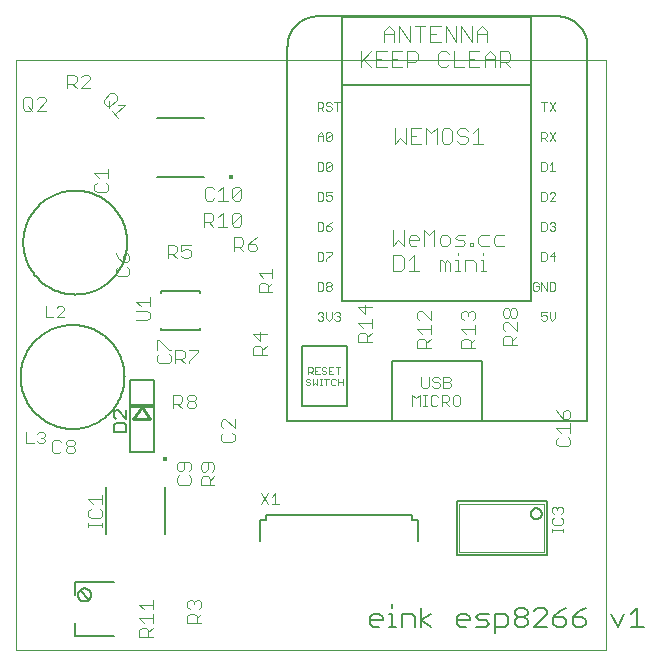
<source format=gto>
G75*
%MOIN*%
%OFA0B0*%
%FSLAX25Y25*%
%IPPOS*%
%LPD*%
%AMOC8*
5,1,8,0,0,1.08239X$1,22.5*
%
%ADD10C,0.00000*%
%ADD11C,0.00600*%
%ADD12C,0.00400*%
%ADD13C,0.01000*%
%ADD14C,0.00500*%
%ADD15R,0.08268X0.01181*%
%ADD16C,0.00200*%
%ADD17C,0.00300*%
%ADD18C,0.01575*%
%ADD19C,0.00800*%
D10*
X0005982Y0001000D02*
X0005982Y0197850D01*
X0202832Y0197850D01*
X0202832Y0001000D01*
X0005982Y0001000D01*
D11*
X0054342Y0107589D02*
X0067542Y0107589D01*
X0067542Y0108389D01*
X0067542Y0119989D02*
X0067542Y0120789D01*
X0054342Y0120789D01*
X0054342Y0119989D01*
X0054342Y0108389D02*
X0054342Y0107589D01*
X0131511Y0016253D02*
X0131511Y0015186D01*
X0131511Y0013051D02*
X0131511Y0008780D01*
X0130444Y0008780D02*
X0132579Y0008780D01*
X0134741Y0008780D02*
X0134741Y0013051D01*
X0137943Y0013051D01*
X0139011Y0011983D01*
X0139011Y0008780D01*
X0141186Y0008780D02*
X0141186Y0015186D01*
X0144389Y0013051D02*
X0141186Y0010915D01*
X0144389Y0008780D01*
X0153003Y0009848D02*
X0153003Y0011983D01*
X0154070Y0013051D01*
X0156206Y0013051D01*
X0157273Y0011983D01*
X0157273Y0010915D01*
X0153003Y0010915D01*
X0153003Y0009848D02*
X0154070Y0008780D01*
X0156206Y0008780D01*
X0159448Y0008780D02*
X0162651Y0008780D01*
X0163719Y0009848D01*
X0162651Y0010915D01*
X0160516Y0010915D01*
X0159448Y0011983D01*
X0160516Y0013051D01*
X0163719Y0013051D01*
X0165894Y0013051D02*
X0169097Y0013051D01*
X0170164Y0011983D01*
X0170164Y0009848D01*
X0169097Y0008780D01*
X0165894Y0008780D01*
X0165894Y0006645D02*
X0165894Y0013051D01*
X0172339Y0013051D02*
X0173407Y0011983D01*
X0175542Y0011983D01*
X0176610Y0010915D01*
X0176610Y0009848D01*
X0175542Y0008780D01*
X0173407Y0008780D01*
X0172339Y0009848D01*
X0172339Y0010915D01*
X0173407Y0011983D01*
X0172339Y0013051D02*
X0172339Y0014118D01*
X0173407Y0015186D01*
X0175542Y0015186D01*
X0176610Y0014118D01*
X0176610Y0013051D01*
X0175542Y0011983D01*
X0178785Y0014118D02*
X0179852Y0015186D01*
X0181988Y0015186D01*
X0183055Y0014118D01*
X0183055Y0013051D01*
X0178785Y0008780D01*
X0183055Y0008780D01*
X0185230Y0009848D02*
X0185230Y0011983D01*
X0188433Y0011983D01*
X0189501Y0010915D01*
X0189501Y0009848D01*
X0188433Y0008780D01*
X0186298Y0008780D01*
X0185230Y0009848D01*
X0185230Y0011983D02*
X0187366Y0014118D01*
X0189501Y0015186D01*
X0191676Y0011983D02*
X0194879Y0011983D01*
X0195946Y0010915D01*
X0195946Y0009848D01*
X0194879Y0008780D01*
X0192743Y0008780D01*
X0191676Y0009848D01*
X0191676Y0011983D01*
X0193811Y0014118D01*
X0195946Y0015186D01*
X0204567Y0013051D02*
X0206702Y0008780D01*
X0208837Y0013051D01*
X0211012Y0013051D02*
X0213148Y0015186D01*
X0213148Y0008780D01*
X0215283Y0008780D02*
X0211012Y0008780D01*
X0183008Y0032761D02*
X0183008Y0050735D01*
X0152971Y0050735D01*
X0152971Y0032761D01*
X0183008Y0032761D01*
X0177708Y0046548D02*
X0177710Y0046632D01*
X0177716Y0046717D01*
X0177726Y0046800D01*
X0177740Y0046884D01*
X0177757Y0046966D01*
X0177779Y0047048D01*
X0177804Y0047128D01*
X0177833Y0047207D01*
X0177866Y0047285D01*
X0177902Y0047361D01*
X0177942Y0047436D01*
X0177986Y0047508D01*
X0178032Y0047579D01*
X0178082Y0047647D01*
X0178135Y0047712D01*
X0178191Y0047775D01*
X0178250Y0047836D01*
X0178312Y0047893D01*
X0178376Y0047948D01*
X0178443Y0047999D01*
X0178512Y0048048D01*
X0178584Y0048093D01*
X0178657Y0048134D01*
X0178732Y0048172D01*
X0178809Y0048207D01*
X0178888Y0048238D01*
X0178968Y0048265D01*
X0179049Y0048288D01*
X0179131Y0048308D01*
X0179214Y0048324D01*
X0179297Y0048336D01*
X0179382Y0048344D01*
X0179466Y0048348D01*
X0179550Y0048348D01*
X0179634Y0048344D01*
X0179719Y0048336D01*
X0179802Y0048324D01*
X0179885Y0048308D01*
X0179967Y0048288D01*
X0180048Y0048265D01*
X0180128Y0048238D01*
X0180207Y0048207D01*
X0180284Y0048172D01*
X0180359Y0048134D01*
X0180432Y0048093D01*
X0180504Y0048048D01*
X0180573Y0047999D01*
X0180640Y0047948D01*
X0180704Y0047893D01*
X0180766Y0047836D01*
X0180825Y0047775D01*
X0180881Y0047712D01*
X0180934Y0047647D01*
X0180984Y0047579D01*
X0181030Y0047508D01*
X0181074Y0047436D01*
X0181114Y0047361D01*
X0181150Y0047285D01*
X0181183Y0047207D01*
X0181212Y0047128D01*
X0181237Y0047048D01*
X0181259Y0046966D01*
X0181276Y0046884D01*
X0181290Y0046800D01*
X0181300Y0046717D01*
X0181306Y0046632D01*
X0181308Y0046548D01*
X0181306Y0046464D01*
X0181300Y0046379D01*
X0181290Y0046296D01*
X0181276Y0046212D01*
X0181259Y0046130D01*
X0181237Y0046048D01*
X0181212Y0045968D01*
X0181183Y0045889D01*
X0181150Y0045811D01*
X0181114Y0045735D01*
X0181074Y0045660D01*
X0181030Y0045588D01*
X0180984Y0045517D01*
X0180934Y0045449D01*
X0180881Y0045384D01*
X0180825Y0045321D01*
X0180766Y0045260D01*
X0180704Y0045203D01*
X0180640Y0045148D01*
X0180573Y0045097D01*
X0180504Y0045048D01*
X0180432Y0045003D01*
X0180359Y0044962D01*
X0180284Y0044924D01*
X0180207Y0044889D01*
X0180128Y0044858D01*
X0180048Y0044831D01*
X0179967Y0044808D01*
X0179885Y0044788D01*
X0179802Y0044772D01*
X0179719Y0044760D01*
X0179634Y0044752D01*
X0179550Y0044748D01*
X0179466Y0044748D01*
X0179382Y0044752D01*
X0179297Y0044760D01*
X0179214Y0044772D01*
X0179131Y0044788D01*
X0179049Y0044808D01*
X0178968Y0044831D01*
X0178888Y0044858D01*
X0178809Y0044889D01*
X0178732Y0044924D01*
X0178657Y0044962D01*
X0178584Y0045003D01*
X0178512Y0045048D01*
X0178443Y0045097D01*
X0178376Y0045148D01*
X0178312Y0045203D01*
X0178250Y0045260D01*
X0178191Y0045321D01*
X0178135Y0045384D01*
X0178082Y0045449D01*
X0178032Y0045517D01*
X0177986Y0045588D01*
X0177942Y0045660D01*
X0177902Y0045735D01*
X0177866Y0045811D01*
X0177833Y0045889D01*
X0177804Y0045968D01*
X0177779Y0046048D01*
X0177757Y0046130D01*
X0177740Y0046212D01*
X0177726Y0046296D01*
X0177716Y0046379D01*
X0177710Y0046464D01*
X0177708Y0046548D01*
X0131511Y0013051D02*
X0130444Y0013051D01*
X0128268Y0011983D02*
X0128268Y0010915D01*
X0123998Y0010915D01*
X0123998Y0009848D02*
X0123998Y0011983D01*
X0125066Y0013051D01*
X0127201Y0013051D01*
X0128268Y0011983D01*
X0127201Y0008780D02*
X0125066Y0008780D01*
X0123998Y0009848D01*
D12*
X0072238Y0055885D02*
X0067634Y0055885D01*
X0067634Y0058187D01*
X0068402Y0058954D01*
X0069936Y0058954D01*
X0070704Y0058187D01*
X0070704Y0055885D01*
X0070704Y0057420D02*
X0072238Y0058954D01*
X0071471Y0060489D02*
X0072238Y0061256D01*
X0072238Y0062791D01*
X0071471Y0063558D01*
X0068402Y0063558D01*
X0067634Y0062791D01*
X0067634Y0061256D01*
X0068402Y0060489D01*
X0069169Y0060489D01*
X0069936Y0061256D01*
X0069936Y0063558D01*
X0064404Y0063071D02*
X0064404Y0061537D01*
X0063636Y0060769D01*
X0063636Y0059235D02*
X0064404Y0058467D01*
X0064404Y0056933D01*
X0063636Y0056165D01*
X0060567Y0056165D01*
X0059800Y0056933D01*
X0059800Y0058467D01*
X0060567Y0059235D01*
X0060567Y0060769D02*
X0061334Y0060769D01*
X0062102Y0061537D01*
X0062102Y0063839D01*
X0063636Y0063839D02*
X0060567Y0063839D01*
X0059800Y0063071D01*
X0059800Y0061537D01*
X0060567Y0060769D01*
X0063636Y0063839D02*
X0064404Y0063071D01*
X0074327Y0071062D02*
X0075095Y0070294D01*
X0078164Y0070294D01*
X0078931Y0071062D01*
X0078931Y0072596D01*
X0078164Y0073364D01*
X0078931Y0074898D02*
X0075862Y0077968D01*
X0075095Y0077968D01*
X0074327Y0077200D01*
X0074327Y0075666D01*
X0075095Y0074898D01*
X0075095Y0073364D02*
X0074327Y0072596D01*
X0074327Y0071062D01*
X0078931Y0074898D02*
X0078931Y0077968D01*
X0066020Y0082361D02*
X0065253Y0081594D01*
X0063718Y0081594D01*
X0062951Y0082361D01*
X0062951Y0083128D01*
X0063718Y0083896D01*
X0065253Y0083896D01*
X0066020Y0083128D01*
X0066020Y0082361D01*
X0065253Y0083896D02*
X0066020Y0084663D01*
X0066020Y0085430D01*
X0065253Y0086198D01*
X0063718Y0086198D01*
X0062951Y0085430D01*
X0062951Y0084663D01*
X0063718Y0083896D01*
X0061416Y0083896D02*
X0060649Y0083128D01*
X0058347Y0083128D01*
X0058347Y0081594D02*
X0058347Y0086198D01*
X0060649Y0086198D01*
X0061416Y0085430D01*
X0061416Y0083896D01*
X0059882Y0083128D02*
X0061416Y0081594D01*
X0062282Y0096554D02*
X0060748Y0098089D01*
X0061515Y0098089D02*
X0059213Y0098089D01*
X0059213Y0096554D02*
X0059213Y0101158D01*
X0061515Y0101158D01*
X0062282Y0100391D01*
X0062282Y0098856D01*
X0061515Y0098089D01*
X0063817Y0097322D02*
X0063817Y0096554D01*
X0063817Y0097322D02*
X0066886Y0100391D01*
X0066886Y0101158D01*
X0063817Y0101158D01*
X0057711Y0101202D02*
X0056943Y0101202D01*
X0053874Y0104272D01*
X0053107Y0104272D01*
X0053107Y0101202D01*
X0053874Y0099668D02*
X0053107Y0098900D01*
X0053107Y0097366D01*
X0053874Y0096598D01*
X0056943Y0096598D01*
X0057711Y0097366D01*
X0057711Y0098900D01*
X0056943Y0099668D01*
X0049875Y0111053D02*
X0046038Y0111053D01*
X0046038Y0114123D02*
X0049875Y0114123D01*
X0050642Y0113355D01*
X0050642Y0111821D01*
X0049875Y0111053D01*
X0050642Y0115657D02*
X0050642Y0118726D01*
X0050642Y0117192D02*
X0046038Y0117192D01*
X0047573Y0115657D01*
X0043125Y0125609D02*
X0040055Y0125609D01*
X0039288Y0126377D01*
X0039288Y0127911D01*
X0040055Y0128679D01*
X0041590Y0130213D02*
X0041590Y0132515D01*
X0042357Y0133283D01*
X0043125Y0133283D01*
X0043892Y0132515D01*
X0043892Y0130981D01*
X0043125Y0130213D01*
X0041590Y0130213D01*
X0040055Y0131748D01*
X0039288Y0133283D01*
X0043125Y0128679D02*
X0043892Y0127911D01*
X0043892Y0126377D01*
X0043125Y0125609D01*
X0056575Y0131594D02*
X0056575Y0136198D01*
X0058877Y0136198D01*
X0059645Y0135430D01*
X0059645Y0133896D01*
X0058877Y0133128D01*
X0056575Y0133128D01*
X0058110Y0133128D02*
X0059645Y0131594D01*
X0061179Y0132361D02*
X0061947Y0131594D01*
X0063481Y0131594D01*
X0064249Y0132361D01*
X0064249Y0133896D01*
X0063481Y0134663D01*
X0062714Y0134663D01*
X0061179Y0133896D01*
X0061179Y0136198D01*
X0064249Y0136198D01*
X0068787Y0142184D02*
X0068787Y0146788D01*
X0071089Y0146788D01*
X0071856Y0146021D01*
X0071856Y0144486D01*
X0071089Y0143719D01*
X0068787Y0143719D01*
X0070322Y0143719D02*
X0071856Y0142184D01*
X0073391Y0142184D02*
X0076460Y0142184D01*
X0074926Y0142184D02*
X0074926Y0146788D01*
X0073391Y0145254D01*
X0077995Y0146021D02*
X0077995Y0142952D01*
X0081064Y0146021D01*
X0081064Y0142952D01*
X0080297Y0142184D01*
X0078762Y0142184D01*
X0077995Y0142952D01*
X0077995Y0146021D02*
X0078762Y0146788D01*
X0080297Y0146788D01*
X0081064Y0146021D01*
X0080454Y0150846D02*
X0078920Y0150846D01*
X0078152Y0151613D01*
X0081222Y0154682D01*
X0081222Y0151613D01*
X0080454Y0150846D01*
X0078152Y0151613D02*
X0078152Y0154682D01*
X0078920Y0155450D01*
X0080454Y0155450D01*
X0081222Y0154682D01*
X0076618Y0150846D02*
X0073549Y0150846D01*
X0075083Y0150846D02*
X0075083Y0155450D01*
X0073549Y0153915D01*
X0072014Y0154682D02*
X0071247Y0155450D01*
X0069712Y0155450D01*
X0068945Y0154682D01*
X0068945Y0151613D01*
X0069712Y0150846D01*
X0071247Y0150846D01*
X0072014Y0151613D01*
X0078819Y0138560D02*
X0081121Y0138560D01*
X0081889Y0137793D01*
X0081889Y0136258D01*
X0081121Y0135491D01*
X0078819Y0135491D01*
X0080354Y0135491D02*
X0081889Y0133956D01*
X0083423Y0134723D02*
X0084191Y0133956D01*
X0085725Y0133956D01*
X0086493Y0134723D01*
X0086493Y0135491D01*
X0085725Y0136258D01*
X0083423Y0136258D01*
X0083423Y0134723D01*
X0083423Y0136258D02*
X0084958Y0137793D01*
X0086493Y0138560D01*
X0078819Y0138560D02*
X0078819Y0133956D01*
X0086926Y0126591D02*
X0091530Y0126591D01*
X0091530Y0128125D02*
X0091530Y0125056D01*
X0091530Y0123521D02*
X0089995Y0121987D01*
X0089995Y0122754D02*
X0089995Y0120452D01*
X0091530Y0120452D02*
X0086926Y0120452D01*
X0086926Y0122754D01*
X0087693Y0123521D01*
X0089228Y0123521D01*
X0089995Y0122754D01*
X0088460Y0125056D02*
X0086926Y0126591D01*
X0087299Y0107106D02*
X0087299Y0104037D01*
X0084997Y0106339D01*
X0089601Y0106339D01*
X0089601Y0102502D02*
X0088066Y0100968D01*
X0088066Y0101735D02*
X0088066Y0099433D01*
X0089601Y0099433D02*
X0084997Y0099433D01*
X0084997Y0101735D01*
X0085764Y0102502D01*
X0087299Y0102502D01*
X0088066Y0101735D01*
X0120075Y0103766D02*
X0120075Y0106068D01*
X0120843Y0106835D01*
X0122377Y0106835D01*
X0123145Y0106068D01*
X0123145Y0103766D01*
X0124679Y0103766D02*
X0120075Y0103766D01*
X0123145Y0105301D02*
X0124679Y0106835D01*
X0124679Y0108370D02*
X0124679Y0111439D01*
X0124679Y0109905D02*
X0120075Y0109905D01*
X0121610Y0108370D01*
X0122377Y0112974D02*
X0122377Y0116043D01*
X0120075Y0115276D02*
X0122377Y0112974D01*
X0124679Y0115276D02*
X0120075Y0115276D01*
X0131772Y0127460D02*
X0134374Y0127460D01*
X0135242Y0128327D01*
X0135242Y0131797D01*
X0134374Y0132664D01*
X0131772Y0132664D01*
X0131772Y0127460D01*
X0136929Y0127460D02*
X0140398Y0127460D01*
X0138663Y0127460D02*
X0138663Y0132664D01*
X0136929Y0130929D01*
X0137796Y0135860D02*
X0136929Y0136727D01*
X0136929Y0138462D01*
X0137796Y0139329D01*
X0139531Y0139329D01*
X0140398Y0138462D01*
X0140398Y0137595D01*
X0136929Y0137595D01*
X0137796Y0135860D02*
X0139531Y0135860D01*
X0142085Y0135860D02*
X0142085Y0141064D01*
X0143820Y0139329D01*
X0145555Y0141064D01*
X0145555Y0135860D01*
X0147241Y0136727D02*
X0148109Y0135860D01*
X0149844Y0135860D01*
X0150711Y0136727D01*
X0150711Y0138462D01*
X0149844Y0139329D01*
X0148109Y0139329D01*
X0147241Y0138462D01*
X0147241Y0136727D01*
X0152398Y0135860D02*
X0155000Y0135860D01*
X0155867Y0136727D01*
X0155000Y0137595D01*
X0153265Y0137595D01*
X0152398Y0138462D01*
X0153265Y0139329D01*
X0155867Y0139329D01*
X0157554Y0136727D02*
X0158422Y0136727D01*
X0158422Y0135860D01*
X0157554Y0135860D01*
X0157554Y0136727D01*
X0160132Y0136727D02*
X0161000Y0135860D01*
X0163602Y0135860D01*
X0165289Y0136727D02*
X0166156Y0135860D01*
X0168758Y0135860D01*
X0168758Y0139329D02*
X0166156Y0139329D01*
X0165289Y0138462D01*
X0165289Y0136727D01*
X0163602Y0139329D02*
X0161000Y0139329D01*
X0160132Y0138462D01*
X0160132Y0136727D01*
X0161859Y0133532D02*
X0161859Y0132664D01*
X0161859Y0130929D02*
X0161859Y0127460D01*
X0160992Y0127460D02*
X0162727Y0127460D01*
X0159305Y0127460D02*
X0159305Y0130062D01*
X0158438Y0130929D01*
X0155835Y0130929D01*
X0155835Y0127460D01*
X0154133Y0127460D02*
X0152398Y0127460D01*
X0153265Y0127460D02*
X0153265Y0130929D01*
X0152398Y0130929D01*
X0150711Y0130062D02*
X0150711Y0127460D01*
X0148976Y0127460D02*
X0148976Y0130062D01*
X0149844Y0130929D01*
X0150711Y0130062D01*
X0148976Y0130062D02*
X0148109Y0130929D01*
X0147241Y0130929D01*
X0147241Y0127460D01*
X0153265Y0132664D02*
X0153265Y0133532D01*
X0160992Y0130929D02*
X0161859Y0130929D01*
X0158361Y0114075D02*
X0159128Y0113307D01*
X0159128Y0111773D01*
X0158361Y0111005D01*
X0159128Y0109471D02*
X0159128Y0106402D01*
X0159128Y0107936D02*
X0154524Y0107936D01*
X0156059Y0106402D01*
X0156826Y0104867D02*
X0155291Y0104867D01*
X0154524Y0104100D01*
X0154524Y0101798D01*
X0159128Y0101798D01*
X0157593Y0101798D02*
X0157593Y0104100D01*
X0156826Y0104867D01*
X0157593Y0103332D02*
X0159128Y0104867D01*
X0155291Y0111005D02*
X0154524Y0111773D01*
X0154524Y0113307D01*
X0155291Y0114075D01*
X0156059Y0114075D01*
X0156826Y0113307D01*
X0157593Y0114075D01*
X0158361Y0114075D01*
X0156826Y0113307D02*
X0156826Y0112540D01*
X0168422Y0112632D02*
X0168422Y0114166D01*
X0169189Y0114934D01*
X0169956Y0114934D01*
X0170724Y0114166D01*
X0170724Y0112632D01*
X0169956Y0111865D01*
X0169189Y0111865D01*
X0168422Y0112632D01*
X0170724Y0112632D02*
X0171491Y0111865D01*
X0172258Y0111865D01*
X0173026Y0112632D01*
X0173026Y0114166D01*
X0172258Y0114934D01*
X0171491Y0114934D01*
X0170724Y0114166D01*
X0169956Y0110330D02*
X0169189Y0110330D01*
X0168422Y0109563D01*
X0168422Y0108028D01*
X0169189Y0107261D01*
X0169189Y0105726D02*
X0170724Y0105726D01*
X0171491Y0104959D01*
X0171491Y0102657D01*
X0171491Y0104191D02*
X0173026Y0105726D01*
X0173026Y0107261D02*
X0169956Y0110330D01*
X0173026Y0110330D02*
X0173026Y0107261D01*
X0169189Y0105726D02*
X0168422Y0104959D01*
X0168422Y0102657D01*
X0173026Y0102657D01*
X0186178Y0081161D02*
X0186945Y0079627D01*
X0188480Y0078092D01*
X0188480Y0080394D01*
X0189247Y0081161D01*
X0190014Y0081161D01*
X0190782Y0080394D01*
X0190782Y0078859D01*
X0190014Y0078092D01*
X0188480Y0078092D01*
X0190782Y0076557D02*
X0190782Y0073488D01*
X0190782Y0075023D02*
X0186178Y0075023D01*
X0187712Y0073488D01*
X0186945Y0071954D02*
X0186178Y0071186D01*
X0186178Y0069652D01*
X0186945Y0068884D01*
X0190014Y0068884D01*
X0190782Y0069652D01*
X0190782Y0071186D01*
X0190014Y0071954D01*
X0187707Y0048867D02*
X0187107Y0048867D01*
X0186506Y0048266D01*
X0186506Y0047666D01*
X0186506Y0048266D02*
X0185906Y0048867D01*
X0185305Y0048867D01*
X0184705Y0048266D01*
X0184705Y0047065D01*
X0185305Y0046465D01*
X0185305Y0045184D02*
X0184705Y0044583D01*
X0184705Y0043382D01*
X0185305Y0042782D01*
X0187707Y0042782D01*
X0188308Y0043382D01*
X0188308Y0044583D01*
X0187707Y0045184D01*
X0187707Y0046465D02*
X0188308Y0047065D01*
X0188308Y0048266D01*
X0187707Y0048867D01*
X0188308Y0041527D02*
X0188308Y0040326D01*
X0188308Y0040927D02*
X0184705Y0040927D01*
X0184705Y0041527D02*
X0184705Y0040326D01*
X0144364Y0101798D02*
X0139760Y0101798D01*
X0139760Y0104100D01*
X0140528Y0104867D01*
X0142062Y0104867D01*
X0142830Y0104100D01*
X0142830Y0101798D01*
X0142830Y0103332D02*
X0144364Y0104867D01*
X0144364Y0106402D02*
X0144364Y0109471D01*
X0144364Y0111005D02*
X0141295Y0114075D01*
X0140528Y0114075D01*
X0139760Y0113307D01*
X0139760Y0111773D01*
X0140528Y0111005D01*
X0139760Y0107936D02*
X0144364Y0107936D01*
X0144364Y0111005D02*
X0144364Y0114075D01*
X0139760Y0107936D02*
X0141295Y0106402D01*
X0135242Y0135860D02*
X0135242Y0141064D01*
X0131772Y0141064D02*
X0131772Y0135860D01*
X0133507Y0137595D01*
X0135242Y0135860D01*
X0135957Y0169861D02*
X0135957Y0175066D01*
X0137644Y0175066D02*
X0137644Y0169861D01*
X0141113Y0169861D01*
X0142800Y0169861D02*
X0142800Y0175066D01*
X0144535Y0173331D01*
X0146270Y0175066D01*
X0146270Y0169861D01*
X0147956Y0170729D02*
X0148824Y0169861D01*
X0150559Y0169861D01*
X0151426Y0170729D01*
X0151426Y0174198D01*
X0150559Y0175066D01*
X0148824Y0175066D01*
X0147956Y0174198D01*
X0147956Y0170729D01*
X0153113Y0170729D02*
X0153980Y0169861D01*
X0155715Y0169861D01*
X0156582Y0170729D01*
X0156582Y0171596D01*
X0155715Y0172464D01*
X0153980Y0172464D01*
X0153113Y0173331D01*
X0153113Y0174198D01*
X0153980Y0175066D01*
X0155715Y0175066D01*
X0156582Y0174198D01*
X0158269Y0173331D02*
X0160004Y0175066D01*
X0160004Y0169861D01*
X0158269Y0169861D02*
X0161739Y0169861D01*
X0141113Y0175066D02*
X0137644Y0175066D01*
X0137644Y0172464D02*
X0139378Y0172464D01*
X0135957Y0169861D02*
X0134222Y0171596D01*
X0132487Y0169861D01*
X0132487Y0175066D01*
X0131303Y0195460D02*
X0134773Y0195460D01*
X0136459Y0195460D02*
X0136459Y0200664D01*
X0139062Y0200664D01*
X0139929Y0199797D01*
X0139929Y0198062D01*
X0139062Y0197195D01*
X0136459Y0197195D01*
X0133038Y0198062D02*
X0131303Y0198062D01*
X0131303Y0200664D02*
X0131303Y0195460D01*
X0129616Y0195460D02*
X0126147Y0195460D01*
X0126147Y0200664D01*
X0129616Y0200664D01*
X0131303Y0200664D02*
X0134773Y0200664D01*
X0133881Y0203860D02*
X0133881Y0209064D01*
X0137351Y0203860D01*
X0137351Y0209064D01*
X0139038Y0209064D02*
X0142507Y0209064D01*
X0144194Y0209064D02*
X0144194Y0203860D01*
X0147664Y0203860D01*
X0149350Y0203860D02*
X0149350Y0209064D01*
X0152820Y0203860D01*
X0152820Y0209064D01*
X0154507Y0209064D02*
X0157976Y0203860D01*
X0157976Y0209064D01*
X0159663Y0207329D02*
X0161398Y0209064D01*
X0163133Y0207329D01*
X0163133Y0203860D01*
X0163133Y0206462D02*
X0159663Y0206462D01*
X0159663Y0207329D02*
X0159663Y0203860D01*
X0160555Y0200664D02*
X0157085Y0200664D01*
X0157085Y0195460D01*
X0160555Y0195460D01*
X0162241Y0195460D02*
X0162241Y0198929D01*
X0163976Y0200664D01*
X0165711Y0198929D01*
X0165711Y0195460D01*
X0167398Y0195460D02*
X0167398Y0200664D01*
X0170000Y0200664D01*
X0170867Y0199797D01*
X0170867Y0198062D01*
X0170000Y0197195D01*
X0167398Y0197195D01*
X0169133Y0197195D02*
X0170867Y0195460D01*
X0165711Y0198062D02*
X0162241Y0198062D01*
X0158820Y0198062D02*
X0157085Y0198062D01*
X0155398Y0195460D02*
X0151929Y0195460D01*
X0151929Y0200664D01*
X0150242Y0199797D02*
X0149374Y0200664D01*
X0147640Y0200664D01*
X0146772Y0199797D01*
X0146772Y0196327D01*
X0147640Y0195460D01*
X0149374Y0195460D01*
X0150242Y0196327D01*
X0154507Y0203860D02*
X0154507Y0209064D01*
X0147664Y0209064D02*
X0144194Y0209064D01*
X0144194Y0206462D02*
X0145929Y0206462D01*
X0140772Y0203860D02*
X0140772Y0209064D01*
X0132194Y0207329D02*
X0132194Y0203860D01*
X0132194Y0206462D02*
X0128725Y0206462D01*
X0128725Y0207329D02*
X0128725Y0203860D01*
X0128725Y0207329D02*
X0130460Y0209064D01*
X0132194Y0207329D01*
X0124460Y0200664D02*
X0120990Y0197195D01*
X0121858Y0198062D02*
X0124460Y0195460D01*
X0126147Y0198062D02*
X0127881Y0198062D01*
X0120990Y0200664D02*
X0120990Y0195460D01*
X0042397Y0182835D02*
X0039141Y0179579D01*
X0040226Y0178494D02*
X0038056Y0180665D01*
X0036971Y0181750D02*
X0036971Y0183920D01*
X0037514Y0182292D02*
X0036428Y0182292D01*
X0035343Y0183377D01*
X0035343Y0184463D01*
X0037514Y0186633D01*
X0038599Y0186633D01*
X0039684Y0185548D01*
X0039684Y0184463D01*
X0037514Y0182292D01*
X0040226Y0182835D02*
X0042397Y0182835D01*
X0030887Y0188247D02*
X0027818Y0188247D01*
X0030887Y0191317D01*
X0030887Y0192084D01*
X0030120Y0192851D01*
X0028585Y0192851D01*
X0027818Y0192084D01*
X0026283Y0192084D02*
X0025516Y0192851D01*
X0023214Y0192851D01*
X0023214Y0188247D01*
X0023214Y0189782D02*
X0025516Y0189782D01*
X0026283Y0190549D01*
X0026283Y0192084D01*
X0024749Y0189782D02*
X0026283Y0188247D01*
X0016084Y0184663D02*
X0015317Y0185430D01*
X0013782Y0185430D01*
X0013015Y0184663D01*
X0011480Y0184663D02*
X0011480Y0181593D01*
X0010713Y0180826D01*
X0009178Y0180826D01*
X0008411Y0181593D01*
X0008411Y0184663D01*
X0009178Y0185430D01*
X0010713Y0185430D01*
X0011480Y0184663D01*
X0009945Y0182361D02*
X0011480Y0180826D01*
X0013015Y0180826D02*
X0016084Y0183895D01*
X0016084Y0184663D01*
X0016084Y0180826D02*
X0013015Y0180826D01*
X0032201Y0159898D02*
X0036805Y0159898D01*
X0036805Y0161432D02*
X0036805Y0158363D01*
X0036038Y0156828D02*
X0036805Y0156061D01*
X0036805Y0154526D01*
X0036038Y0153759D01*
X0032969Y0153759D01*
X0032201Y0154526D01*
X0032201Y0156061D01*
X0032969Y0156828D01*
X0033736Y0158363D02*
X0032201Y0159898D01*
X0024943Y0071198D02*
X0023408Y0071198D01*
X0022641Y0070430D01*
X0022641Y0069663D01*
X0023408Y0068896D01*
X0024943Y0068896D01*
X0025710Y0068128D01*
X0025710Y0067361D01*
X0024943Y0066594D01*
X0023408Y0066594D01*
X0022641Y0067361D01*
X0022641Y0068128D01*
X0023408Y0068896D01*
X0024943Y0068896D02*
X0025710Y0069663D01*
X0025710Y0070430D01*
X0024943Y0071198D01*
X0021106Y0070430D02*
X0020339Y0071198D01*
X0018804Y0071198D01*
X0018037Y0070430D01*
X0018037Y0067361D01*
X0018804Y0066594D01*
X0020339Y0066594D01*
X0021106Y0067361D01*
X0034809Y0052750D02*
X0034809Y0049680D01*
X0034809Y0051215D02*
X0030205Y0051215D01*
X0031740Y0049680D01*
X0030973Y0048146D02*
X0030205Y0047378D01*
X0030205Y0045844D01*
X0030973Y0045076D01*
X0034042Y0045076D01*
X0034809Y0045844D01*
X0034809Y0047378D01*
X0034042Y0048146D01*
X0034809Y0043542D02*
X0034809Y0042007D01*
X0034809Y0042774D02*
X0030205Y0042774D01*
X0030205Y0042007D02*
X0030205Y0043542D01*
X0051766Y0017729D02*
X0051766Y0014660D01*
X0051766Y0016194D02*
X0047162Y0016194D01*
X0048697Y0014660D01*
X0051766Y0013125D02*
X0051766Y0010056D01*
X0051766Y0011591D02*
X0047162Y0011591D01*
X0048697Y0010056D01*
X0049464Y0008521D02*
X0047929Y0008521D01*
X0047162Y0007754D01*
X0047162Y0005452D01*
X0051766Y0005452D01*
X0050231Y0005452D02*
X0050231Y0007754D01*
X0049464Y0008521D01*
X0050231Y0006987D02*
X0051766Y0008521D01*
X0063186Y0010102D02*
X0063186Y0012404D01*
X0063953Y0013172D01*
X0065488Y0013172D01*
X0066255Y0012404D01*
X0066255Y0010102D01*
X0067789Y0010102D02*
X0063186Y0010102D01*
X0066255Y0011637D02*
X0067789Y0013172D01*
X0067022Y0014706D02*
X0067789Y0015474D01*
X0067789Y0017008D01*
X0067022Y0017776D01*
X0066255Y0017776D01*
X0065488Y0017008D01*
X0065488Y0016241D01*
X0065488Y0017008D02*
X0064720Y0017776D01*
X0063953Y0017776D01*
X0063186Y0017008D01*
X0063186Y0015474D01*
X0063953Y0014706D01*
D13*
X0050863Y0077929D02*
X0045155Y0077929D01*
X0047911Y0082063D01*
X0050863Y0077929D01*
D14*
X0042881Y0078120D02*
X0040063Y0080939D01*
X0039358Y0080939D01*
X0038653Y0080234D01*
X0038653Y0078825D01*
X0039358Y0078120D01*
X0039358Y0076589D02*
X0038653Y0075884D01*
X0038653Y0073770D01*
X0042881Y0073770D01*
X0042881Y0075884D01*
X0042177Y0076589D01*
X0039358Y0076589D01*
X0042881Y0078120D02*
X0042881Y0080939D01*
X0043911Y0090913D02*
X0043911Y0066913D01*
X0051911Y0066913D01*
X0051911Y0090913D01*
X0043911Y0090913D01*
X0007596Y0092063D02*
X0007601Y0092488D01*
X0007617Y0092913D01*
X0007643Y0093337D01*
X0007679Y0093761D01*
X0007726Y0094184D01*
X0007783Y0094605D01*
X0007851Y0095025D01*
X0007929Y0095443D01*
X0008017Y0095858D01*
X0008115Y0096272D01*
X0008224Y0096683D01*
X0008342Y0097092D01*
X0008470Y0097497D01*
X0008609Y0097899D01*
X0008757Y0098297D01*
X0008915Y0098692D01*
X0009082Y0099083D01*
X0009259Y0099470D01*
X0009446Y0099852D01*
X0009641Y0100229D01*
X0009846Y0100601D01*
X0010061Y0100969D01*
X0010284Y0101331D01*
X0010515Y0101687D01*
X0010756Y0102038D01*
X0011005Y0102382D01*
X0011262Y0102721D01*
X0011528Y0103053D01*
X0011802Y0103378D01*
X0012084Y0103696D01*
X0012373Y0104008D01*
X0012670Y0104312D01*
X0012974Y0104609D01*
X0013286Y0104898D01*
X0013604Y0105180D01*
X0013929Y0105454D01*
X0014261Y0105720D01*
X0014600Y0105977D01*
X0014944Y0106226D01*
X0015295Y0106467D01*
X0015651Y0106698D01*
X0016013Y0106921D01*
X0016381Y0107136D01*
X0016753Y0107341D01*
X0017130Y0107536D01*
X0017512Y0107723D01*
X0017899Y0107900D01*
X0018290Y0108067D01*
X0018685Y0108225D01*
X0019083Y0108373D01*
X0019485Y0108512D01*
X0019890Y0108640D01*
X0020299Y0108758D01*
X0020710Y0108867D01*
X0021124Y0108965D01*
X0021539Y0109053D01*
X0021957Y0109131D01*
X0022377Y0109199D01*
X0022798Y0109256D01*
X0023221Y0109303D01*
X0023645Y0109339D01*
X0024069Y0109365D01*
X0024494Y0109381D01*
X0024919Y0109386D01*
X0025344Y0109381D01*
X0025769Y0109365D01*
X0026193Y0109339D01*
X0026617Y0109303D01*
X0027040Y0109256D01*
X0027461Y0109199D01*
X0027881Y0109131D01*
X0028299Y0109053D01*
X0028714Y0108965D01*
X0029128Y0108867D01*
X0029539Y0108758D01*
X0029948Y0108640D01*
X0030353Y0108512D01*
X0030755Y0108373D01*
X0031153Y0108225D01*
X0031548Y0108067D01*
X0031939Y0107900D01*
X0032326Y0107723D01*
X0032708Y0107536D01*
X0033085Y0107341D01*
X0033457Y0107136D01*
X0033825Y0106921D01*
X0034187Y0106698D01*
X0034543Y0106467D01*
X0034894Y0106226D01*
X0035238Y0105977D01*
X0035577Y0105720D01*
X0035909Y0105454D01*
X0036234Y0105180D01*
X0036552Y0104898D01*
X0036864Y0104609D01*
X0037168Y0104312D01*
X0037465Y0104008D01*
X0037754Y0103696D01*
X0038036Y0103378D01*
X0038310Y0103053D01*
X0038576Y0102721D01*
X0038833Y0102382D01*
X0039082Y0102038D01*
X0039323Y0101687D01*
X0039554Y0101331D01*
X0039777Y0100969D01*
X0039992Y0100601D01*
X0040197Y0100229D01*
X0040392Y0099852D01*
X0040579Y0099470D01*
X0040756Y0099083D01*
X0040923Y0098692D01*
X0041081Y0098297D01*
X0041229Y0097899D01*
X0041368Y0097497D01*
X0041496Y0097092D01*
X0041614Y0096683D01*
X0041723Y0096272D01*
X0041821Y0095858D01*
X0041909Y0095443D01*
X0041987Y0095025D01*
X0042055Y0094605D01*
X0042112Y0094184D01*
X0042159Y0093761D01*
X0042195Y0093337D01*
X0042221Y0092913D01*
X0042237Y0092488D01*
X0042242Y0092063D01*
X0042237Y0091638D01*
X0042221Y0091213D01*
X0042195Y0090789D01*
X0042159Y0090365D01*
X0042112Y0089942D01*
X0042055Y0089521D01*
X0041987Y0089101D01*
X0041909Y0088683D01*
X0041821Y0088268D01*
X0041723Y0087854D01*
X0041614Y0087443D01*
X0041496Y0087034D01*
X0041368Y0086629D01*
X0041229Y0086227D01*
X0041081Y0085829D01*
X0040923Y0085434D01*
X0040756Y0085043D01*
X0040579Y0084656D01*
X0040392Y0084274D01*
X0040197Y0083897D01*
X0039992Y0083525D01*
X0039777Y0083157D01*
X0039554Y0082795D01*
X0039323Y0082439D01*
X0039082Y0082088D01*
X0038833Y0081744D01*
X0038576Y0081405D01*
X0038310Y0081073D01*
X0038036Y0080748D01*
X0037754Y0080430D01*
X0037465Y0080118D01*
X0037168Y0079814D01*
X0036864Y0079517D01*
X0036552Y0079228D01*
X0036234Y0078946D01*
X0035909Y0078672D01*
X0035577Y0078406D01*
X0035238Y0078149D01*
X0034894Y0077900D01*
X0034543Y0077659D01*
X0034187Y0077428D01*
X0033825Y0077205D01*
X0033457Y0076990D01*
X0033085Y0076785D01*
X0032708Y0076590D01*
X0032326Y0076403D01*
X0031939Y0076226D01*
X0031548Y0076059D01*
X0031153Y0075901D01*
X0030755Y0075753D01*
X0030353Y0075614D01*
X0029948Y0075486D01*
X0029539Y0075368D01*
X0029128Y0075259D01*
X0028714Y0075161D01*
X0028299Y0075073D01*
X0027881Y0074995D01*
X0027461Y0074927D01*
X0027040Y0074870D01*
X0026617Y0074823D01*
X0026193Y0074787D01*
X0025769Y0074761D01*
X0025344Y0074745D01*
X0024919Y0074740D01*
X0024494Y0074745D01*
X0024069Y0074761D01*
X0023645Y0074787D01*
X0023221Y0074823D01*
X0022798Y0074870D01*
X0022377Y0074927D01*
X0021957Y0074995D01*
X0021539Y0075073D01*
X0021124Y0075161D01*
X0020710Y0075259D01*
X0020299Y0075368D01*
X0019890Y0075486D01*
X0019485Y0075614D01*
X0019083Y0075753D01*
X0018685Y0075901D01*
X0018290Y0076059D01*
X0017899Y0076226D01*
X0017512Y0076403D01*
X0017130Y0076590D01*
X0016753Y0076785D01*
X0016381Y0076990D01*
X0016013Y0077205D01*
X0015651Y0077428D01*
X0015295Y0077659D01*
X0014944Y0077900D01*
X0014600Y0078149D01*
X0014261Y0078406D01*
X0013929Y0078672D01*
X0013604Y0078946D01*
X0013286Y0079228D01*
X0012974Y0079517D01*
X0012670Y0079814D01*
X0012373Y0080118D01*
X0012084Y0080430D01*
X0011802Y0080748D01*
X0011528Y0081073D01*
X0011262Y0081405D01*
X0011005Y0081744D01*
X0010756Y0082088D01*
X0010515Y0082439D01*
X0010284Y0082795D01*
X0010061Y0083157D01*
X0009846Y0083525D01*
X0009641Y0083897D01*
X0009446Y0084274D01*
X0009259Y0084656D01*
X0009082Y0085043D01*
X0008915Y0085434D01*
X0008757Y0085829D01*
X0008609Y0086227D01*
X0008470Y0086629D01*
X0008342Y0087034D01*
X0008224Y0087443D01*
X0008115Y0087854D01*
X0008017Y0088268D01*
X0007929Y0088683D01*
X0007851Y0089101D01*
X0007783Y0089521D01*
X0007726Y0089942D01*
X0007679Y0090365D01*
X0007643Y0090789D01*
X0007617Y0091213D01*
X0007601Y0091638D01*
X0007596Y0092063D01*
X0036021Y0055449D02*
X0036021Y0039701D01*
X0055706Y0039701D02*
X0055706Y0055449D01*
X0087320Y0044268D02*
X0087320Y0037378D01*
X0087320Y0044268D02*
X0089289Y0044268D01*
X0089289Y0046039D01*
X0137911Y0046039D01*
X0137911Y0044268D01*
X0140076Y0044268D01*
X0140076Y0037378D01*
X0096572Y0077260D02*
X0196572Y0077260D01*
X0196572Y0202260D01*
X0196569Y0202502D01*
X0196560Y0202743D01*
X0196546Y0202984D01*
X0196525Y0203225D01*
X0196499Y0203465D01*
X0196467Y0203705D01*
X0196429Y0203944D01*
X0196386Y0204181D01*
X0196336Y0204418D01*
X0196281Y0204653D01*
X0196221Y0204887D01*
X0196154Y0205119D01*
X0196083Y0205350D01*
X0196005Y0205579D01*
X0195922Y0205806D01*
X0195834Y0206031D01*
X0195740Y0206254D01*
X0195641Y0206474D01*
X0195536Y0206692D01*
X0195427Y0206907D01*
X0195312Y0207120D01*
X0195192Y0207330D01*
X0195067Y0207536D01*
X0194937Y0207740D01*
X0194802Y0207941D01*
X0194662Y0208138D01*
X0194518Y0208332D01*
X0194369Y0208522D01*
X0194215Y0208708D01*
X0194057Y0208891D01*
X0193895Y0209070D01*
X0193728Y0209245D01*
X0193557Y0209416D01*
X0193382Y0209583D01*
X0193203Y0209745D01*
X0193020Y0209903D01*
X0192834Y0210057D01*
X0192644Y0210206D01*
X0192450Y0210350D01*
X0192253Y0210490D01*
X0192052Y0210625D01*
X0191848Y0210755D01*
X0191642Y0210880D01*
X0191432Y0211000D01*
X0191219Y0211115D01*
X0191004Y0211224D01*
X0190786Y0211329D01*
X0190566Y0211428D01*
X0190343Y0211522D01*
X0190118Y0211610D01*
X0189891Y0211693D01*
X0189662Y0211771D01*
X0189431Y0211842D01*
X0189199Y0211909D01*
X0188965Y0211969D01*
X0188730Y0212024D01*
X0188493Y0212074D01*
X0188256Y0212117D01*
X0188017Y0212155D01*
X0187777Y0212187D01*
X0187537Y0212213D01*
X0187296Y0212234D01*
X0187055Y0212248D01*
X0186814Y0212257D01*
X0186572Y0212260D01*
X0106572Y0212260D01*
X0114682Y0212165D02*
X0177675Y0212165D01*
X0177675Y0189331D01*
X0114682Y0189331D01*
X0114682Y0212165D01*
X0106572Y0212260D02*
X0106330Y0212257D01*
X0106089Y0212248D01*
X0105848Y0212234D01*
X0105607Y0212213D01*
X0105367Y0212187D01*
X0105127Y0212155D01*
X0104888Y0212117D01*
X0104651Y0212074D01*
X0104414Y0212024D01*
X0104179Y0211969D01*
X0103945Y0211909D01*
X0103713Y0211842D01*
X0103482Y0211771D01*
X0103253Y0211693D01*
X0103026Y0211610D01*
X0102801Y0211522D01*
X0102578Y0211428D01*
X0102358Y0211329D01*
X0102140Y0211224D01*
X0101925Y0211115D01*
X0101712Y0211000D01*
X0101502Y0210880D01*
X0101296Y0210755D01*
X0101092Y0210625D01*
X0100891Y0210490D01*
X0100694Y0210350D01*
X0100500Y0210206D01*
X0100310Y0210057D01*
X0100124Y0209903D01*
X0099941Y0209745D01*
X0099762Y0209583D01*
X0099587Y0209416D01*
X0099416Y0209245D01*
X0099249Y0209070D01*
X0099087Y0208891D01*
X0098929Y0208708D01*
X0098775Y0208522D01*
X0098626Y0208332D01*
X0098482Y0208138D01*
X0098342Y0207941D01*
X0098207Y0207740D01*
X0098077Y0207536D01*
X0097952Y0207330D01*
X0097832Y0207120D01*
X0097717Y0206907D01*
X0097608Y0206692D01*
X0097503Y0206474D01*
X0097404Y0206254D01*
X0097310Y0206031D01*
X0097222Y0205806D01*
X0097139Y0205579D01*
X0097061Y0205350D01*
X0096990Y0205119D01*
X0096923Y0204887D01*
X0096863Y0204653D01*
X0096808Y0204418D01*
X0096758Y0204181D01*
X0096715Y0203944D01*
X0096677Y0203705D01*
X0096645Y0203465D01*
X0096619Y0203225D01*
X0096598Y0202984D01*
X0096584Y0202743D01*
X0096575Y0202502D01*
X0096572Y0202260D01*
X0096572Y0077260D01*
X0114672Y0117260D02*
X0177572Y0117260D01*
X0177672Y0117260D02*
X0177672Y0189360D01*
X0177572Y0189360D01*
X0114672Y0189360D02*
X0114672Y0117260D01*
X0068698Y0158835D02*
X0052950Y0158835D01*
X0052950Y0178520D02*
X0068698Y0178520D01*
X0008501Y0136866D02*
X0008506Y0137291D01*
X0008522Y0137716D01*
X0008548Y0138140D01*
X0008584Y0138564D01*
X0008631Y0138987D01*
X0008688Y0139408D01*
X0008756Y0139828D01*
X0008834Y0140246D01*
X0008922Y0140661D01*
X0009020Y0141075D01*
X0009129Y0141486D01*
X0009247Y0141895D01*
X0009375Y0142300D01*
X0009514Y0142702D01*
X0009662Y0143100D01*
X0009820Y0143495D01*
X0009987Y0143886D01*
X0010164Y0144273D01*
X0010351Y0144655D01*
X0010546Y0145032D01*
X0010751Y0145404D01*
X0010966Y0145772D01*
X0011189Y0146134D01*
X0011420Y0146490D01*
X0011661Y0146841D01*
X0011910Y0147185D01*
X0012167Y0147524D01*
X0012433Y0147856D01*
X0012707Y0148181D01*
X0012989Y0148499D01*
X0013278Y0148811D01*
X0013575Y0149115D01*
X0013879Y0149412D01*
X0014191Y0149701D01*
X0014509Y0149983D01*
X0014834Y0150257D01*
X0015166Y0150523D01*
X0015505Y0150780D01*
X0015849Y0151029D01*
X0016200Y0151270D01*
X0016556Y0151501D01*
X0016918Y0151724D01*
X0017286Y0151939D01*
X0017658Y0152144D01*
X0018035Y0152339D01*
X0018417Y0152526D01*
X0018804Y0152703D01*
X0019195Y0152870D01*
X0019590Y0153028D01*
X0019988Y0153176D01*
X0020390Y0153315D01*
X0020795Y0153443D01*
X0021204Y0153561D01*
X0021615Y0153670D01*
X0022029Y0153768D01*
X0022444Y0153856D01*
X0022862Y0153934D01*
X0023282Y0154002D01*
X0023703Y0154059D01*
X0024126Y0154106D01*
X0024550Y0154142D01*
X0024974Y0154168D01*
X0025399Y0154184D01*
X0025824Y0154189D01*
X0026249Y0154184D01*
X0026674Y0154168D01*
X0027098Y0154142D01*
X0027522Y0154106D01*
X0027945Y0154059D01*
X0028366Y0154002D01*
X0028786Y0153934D01*
X0029204Y0153856D01*
X0029619Y0153768D01*
X0030033Y0153670D01*
X0030444Y0153561D01*
X0030853Y0153443D01*
X0031258Y0153315D01*
X0031660Y0153176D01*
X0032058Y0153028D01*
X0032453Y0152870D01*
X0032844Y0152703D01*
X0033231Y0152526D01*
X0033613Y0152339D01*
X0033990Y0152144D01*
X0034362Y0151939D01*
X0034730Y0151724D01*
X0035092Y0151501D01*
X0035448Y0151270D01*
X0035799Y0151029D01*
X0036143Y0150780D01*
X0036482Y0150523D01*
X0036814Y0150257D01*
X0037139Y0149983D01*
X0037457Y0149701D01*
X0037769Y0149412D01*
X0038073Y0149115D01*
X0038370Y0148811D01*
X0038659Y0148499D01*
X0038941Y0148181D01*
X0039215Y0147856D01*
X0039481Y0147524D01*
X0039738Y0147185D01*
X0039987Y0146841D01*
X0040228Y0146490D01*
X0040459Y0146134D01*
X0040682Y0145772D01*
X0040897Y0145404D01*
X0041102Y0145032D01*
X0041297Y0144655D01*
X0041484Y0144273D01*
X0041661Y0143886D01*
X0041828Y0143495D01*
X0041986Y0143100D01*
X0042134Y0142702D01*
X0042273Y0142300D01*
X0042401Y0141895D01*
X0042519Y0141486D01*
X0042628Y0141075D01*
X0042726Y0140661D01*
X0042814Y0140246D01*
X0042892Y0139828D01*
X0042960Y0139408D01*
X0043017Y0138987D01*
X0043064Y0138564D01*
X0043100Y0138140D01*
X0043126Y0137716D01*
X0043142Y0137291D01*
X0043147Y0136866D01*
X0043142Y0136441D01*
X0043126Y0136016D01*
X0043100Y0135592D01*
X0043064Y0135168D01*
X0043017Y0134745D01*
X0042960Y0134324D01*
X0042892Y0133904D01*
X0042814Y0133486D01*
X0042726Y0133071D01*
X0042628Y0132657D01*
X0042519Y0132246D01*
X0042401Y0131837D01*
X0042273Y0131432D01*
X0042134Y0131030D01*
X0041986Y0130632D01*
X0041828Y0130237D01*
X0041661Y0129846D01*
X0041484Y0129459D01*
X0041297Y0129077D01*
X0041102Y0128700D01*
X0040897Y0128328D01*
X0040682Y0127960D01*
X0040459Y0127598D01*
X0040228Y0127242D01*
X0039987Y0126891D01*
X0039738Y0126547D01*
X0039481Y0126208D01*
X0039215Y0125876D01*
X0038941Y0125551D01*
X0038659Y0125233D01*
X0038370Y0124921D01*
X0038073Y0124617D01*
X0037769Y0124320D01*
X0037457Y0124031D01*
X0037139Y0123749D01*
X0036814Y0123475D01*
X0036482Y0123209D01*
X0036143Y0122952D01*
X0035799Y0122703D01*
X0035448Y0122462D01*
X0035092Y0122231D01*
X0034730Y0122008D01*
X0034362Y0121793D01*
X0033990Y0121588D01*
X0033613Y0121393D01*
X0033231Y0121206D01*
X0032844Y0121029D01*
X0032453Y0120862D01*
X0032058Y0120704D01*
X0031660Y0120556D01*
X0031258Y0120417D01*
X0030853Y0120289D01*
X0030444Y0120171D01*
X0030033Y0120062D01*
X0029619Y0119964D01*
X0029204Y0119876D01*
X0028786Y0119798D01*
X0028366Y0119730D01*
X0027945Y0119673D01*
X0027522Y0119626D01*
X0027098Y0119590D01*
X0026674Y0119564D01*
X0026249Y0119548D01*
X0025824Y0119543D01*
X0025399Y0119548D01*
X0024974Y0119564D01*
X0024550Y0119590D01*
X0024126Y0119626D01*
X0023703Y0119673D01*
X0023282Y0119730D01*
X0022862Y0119798D01*
X0022444Y0119876D01*
X0022029Y0119964D01*
X0021615Y0120062D01*
X0021204Y0120171D01*
X0020795Y0120289D01*
X0020390Y0120417D01*
X0019988Y0120556D01*
X0019590Y0120704D01*
X0019195Y0120862D01*
X0018804Y0121029D01*
X0018417Y0121206D01*
X0018035Y0121393D01*
X0017658Y0121588D01*
X0017286Y0121793D01*
X0016918Y0122008D01*
X0016556Y0122231D01*
X0016200Y0122462D01*
X0015849Y0122703D01*
X0015505Y0122952D01*
X0015166Y0123209D01*
X0014834Y0123475D01*
X0014509Y0123749D01*
X0014191Y0124031D01*
X0013879Y0124320D01*
X0013575Y0124617D01*
X0013278Y0124921D01*
X0012989Y0125233D01*
X0012707Y0125551D01*
X0012433Y0125876D01*
X0012167Y0126208D01*
X0011910Y0126547D01*
X0011661Y0126891D01*
X0011420Y0127242D01*
X0011189Y0127598D01*
X0010966Y0127960D01*
X0010751Y0128328D01*
X0010546Y0128700D01*
X0010351Y0129077D01*
X0010164Y0129459D01*
X0009987Y0129846D01*
X0009820Y0130237D01*
X0009662Y0130632D01*
X0009514Y0131030D01*
X0009375Y0131432D01*
X0009247Y0131837D01*
X0009129Y0132246D01*
X0009020Y0132657D01*
X0008922Y0133071D01*
X0008834Y0133486D01*
X0008756Y0133904D01*
X0008688Y0134324D01*
X0008631Y0134745D01*
X0008584Y0135168D01*
X0008548Y0135592D01*
X0008522Y0136016D01*
X0008506Y0136441D01*
X0008501Y0136866D01*
D15*
X0047911Y0082260D03*
D16*
X0102650Y0089618D02*
X0103034Y0089235D01*
X0103801Y0089235D01*
X0104185Y0089618D01*
X0104185Y0090002D01*
X0103801Y0090386D01*
X0103034Y0090386D01*
X0102650Y0090769D01*
X0102650Y0091153D01*
X0103034Y0091537D01*
X0103801Y0091537D01*
X0104185Y0091153D01*
X0104952Y0091537D02*
X0104952Y0089235D01*
X0105719Y0090002D01*
X0106487Y0089235D01*
X0106487Y0091537D01*
X0107254Y0091537D02*
X0108021Y0091537D01*
X0107637Y0091537D02*
X0107637Y0089235D01*
X0107254Y0089235D02*
X0108021Y0089235D01*
X0109556Y0089235D02*
X0109556Y0091537D01*
X0110323Y0091537D02*
X0108788Y0091537D01*
X0108405Y0092985D02*
X0108021Y0093368D01*
X0108405Y0092985D02*
X0109172Y0092985D01*
X0109556Y0093368D01*
X0109556Y0093752D01*
X0109172Y0094136D01*
X0108405Y0094136D01*
X0108021Y0094519D01*
X0108021Y0094903D01*
X0108405Y0095287D01*
X0109172Y0095287D01*
X0109556Y0094903D01*
X0110323Y0095287D02*
X0110323Y0092985D01*
X0111858Y0092985D01*
X0111090Y0094136D02*
X0110323Y0094136D01*
X0110323Y0095287D02*
X0111858Y0095287D01*
X0112625Y0095287D02*
X0114160Y0095287D01*
X0113392Y0095287D02*
X0113392Y0092985D01*
X0113392Y0091537D02*
X0113392Y0089235D01*
X0112625Y0089618D02*
X0112241Y0089235D01*
X0111474Y0089235D01*
X0111090Y0089618D01*
X0111090Y0091153D01*
X0111474Y0091537D01*
X0112241Y0091537D01*
X0112625Y0091153D01*
X0113392Y0090386D02*
X0114927Y0090386D01*
X0114927Y0091537D02*
X0114927Y0089235D01*
X0107254Y0092985D02*
X0105719Y0092985D01*
X0105719Y0095287D01*
X0107254Y0095287D01*
X0106487Y0094136D02*
X0105719Y0094136D01*
X0104952Y0094136D02*
X0104568Y0093752D01*
X0103417Y0093752D01*
X0103417Y0092985D02*
X0103417Y0095287D01*
X0104568Y0095287D01*
X0104952Y0094903D01*
X0104952Y0094136D01*
X0104185Y0093752D02*
X0104952Y0092985D01*
X0107139Y0110860D02*
X0106672Y0111327D01*
X0107139Y0110860D02*
X0108073Y0110860D01*
X0108540Y0111327D01*
X0108540Y0111794D01*
X0108073Y0112261D01*
X0107606Y0112261D01*
X0108073Y0112261D02*
X0108540Y0112728D01*
X0108540Y0113195D01*
X0108073Y0113662D01*
X0107139Y0113662D01*
X0106672Y0113195D01*
X0109435Y0113662D02*
X0109435Y0111794D01*
X0110369Y0110860D01*
X0111303Y0111794D01*
X0111303Y0113662D01*
X0112197Y0113195D02*
X0112664Y0113662D01*
X0113598Y0113662D01*
X0114065Y0113195D01*
X0114065Y0112728D01*
X0113598Y0112261D01*
X0114065Y0111794D01*
X0114065Y0111327D01*
X0113598Y0110860D01*
X0112664Y0110860D01*
X0112197Y0111327D01*
X0113131Y0112261D02*
X0113598Y0112261D01*
X0110836Y0120860D02*
X0109902Y0120860D01*
X0109435Y0121327D01*
X0109435Y0121794D01*
X0109902Y0122261D01*
X0110836Y0122261D01*
X0111303Y0121794D01*
X0111303Y0121327D01*
X0110836Y0120860D01*
X0110836Y0122261D02*
X0111303Y0122728D01*
X0111303Y0123195D01*
X0110836Y0123662D01*
X0109902Y0123662D01*
X0109435Y0123195D01*
X0109435Y0122728D01*
X0109902Y0122261D01*
X0108540Y0121327D02*
X0108540Y0123195D01*
X0108073Y0123662D01*
X0106672Y0123662D01*
X0106672Y0120860D01*
X0108073Y0120860D01*
X0108540Y0121327D01*
X0108073Y0130860D02*
X0106672Y0130860D01*
X0106672Y0133662D01*
X0108073Y0133662D01*
X0108540Y0133195D01*
X0108540Y0131327D01*
X0108073Y0130860D01*
X0109435Y0130860D02*
X0109435Y0131327D01*
X0111303Y0133195D01*
X0111303Y0133662D01*
X0109435Y0133662D01*
X0109902Y0140860D02*
X0110836Y0140860D01*
X0111303Y0141327D01*
X0111303Y0141794D01*
X0110836Y0142261D01*
X0109435Y0142261D01*
X0109435Y0141327D01*
X0109902Y0140860D01*
X0108540Y0141327D02*
X0108073Y0140860D01*
X0106672Y0140860D01*
X0106672Y0143662D01*
X0108073Y0143662D01*
X0108540Y0143195D01*
X0108540Y0141327D01*
X0109435Y0142261D02*
X0110369Y0143195D01*
X0111303Y0143662D01*
X0110836Y0150860D02*
X0109902Y0150860D01*
X0109435Y0151327D01*
X0108540Y0151327D02*
X0108540Y0153195D01*
X0108073Y0153662D01*
X0106672Y0153662D01*
X0106672Y0150860D01*
X0108073Y0150860D01*
X0108540Y0151327D01*
X0109435Y0152261D02*
X0110369Y0152728D01*
X0110836Y0152728D01*
X0111303Y0152261D01*
X0111303Y0151327D01*
X0110836Y0150860D01*
X0109435Y0152261D02*
X0109435Y0153662D01*
X0111303Y0153662D01*
X0110836Y0160860D02*
X0109902Y0160860D01*
X0109435Y0161327D01*
X0111303Y0163195D01*
X0111303Y0161327D01*
X0110836Y0160860D01*
X0109435Y0161327D02*
X0109435Y0163195D01*
X0109902Y0163662D01*
X0110836Y0163662D01*
X0111303Y0163195D01*
X0108540Y0163195D02*
X0108540Y0161327D01*
X0108073Y0160860D01*
X0106672Y0160860D01*
X0106672Y0163662D01*
X0108073Y0163662D01*
X0108540Y0163195D01*
X0108540Y0170860D02*
X0108540Y0172728D01*
X0107606Y0173662D01*
X0106672Y0172728D01*
X0106672Y0170860D01*
X0106672Y0172261D02*
X0108540Y0172261D01*
X0109435Y0171327D02*
X0111303Y0173195D01*
X0111303Y0171327D01*
X0110836Y0170860D01*
X0109902Y0170860D01*
X0109435Y0171327D01*
X0109435Y0173195D01*
X0109902Y0173662D01*
X0110836Y0173662D01*
X0111303Y0173195D01*
X0110836Y0180860D02*
X0109902Y0180860D01*
X0109435Y0181327D01*
X0108540Y0180860D02*
X0107606Y0181794D01*
X0108073Y0181794D02*
X0106672Y0181794D01*
X0106672Y0180860D02*
X0106672Y0183662D01*
X0108073Y0183662D01*
X0108540Y0183195D01*
X0108540Y0182261D01*
X0108073Y0181794D01*
X0109435Y0182728D02*
X0109902Y0182261D01*
X0110836Y0182261D01*
X0111303Y0181794D01*
X0111303Y0181327D01*
X0110836Y0180860D01*
X0113131Y0180860D02*
X0113131Y0183662D01*
X0112197Y0183662D02*
X0114065Y0183662D01*
X0111303Y0183195D02*
X0110836Y0183662D01*
X0109902Y0183662D01*
X0109435Y0183195D01*
X0109435Y0182728D01*
X0178385Y0123195D02*
X0178385Y0121327D01*
X0178852Y0120860D01*
X0179786Y0120860D01*
X0180253Y0121327D01*
X0180253Y0122261D01*
X0179319Y0122261D01*
X0178385Y0123195D02*
X0178852Y0123662D01*
X0179786Y0123662D01*
X0180253Y0123195D01*
X0181147Y0123662D02*
X0181147Y0120860D01*
X0183016Y0120860D02*
X0181147Y0123662D01*
X0183016Y0123662D02*
X0183016Y0120860D01*
X0183910Y0120860D02*
X0185311Y0120860D01*
X0185778Y0121327D01*
X0185778Y0123195D01*
X0185311Y0123662D01*
X0183910Y0123662D01*
X0183910Y0120860D01*
X0183910Y0113662D02*
X0183910Y0111794D01*
X0184844Y0110860D01*
X0185778Y0111794D01*
X0185778Y0113662D01*
X0183016Y0113662D02*
X0181147Y0113662D01*
X0181147Y0112261D01*
X0182082Y0112728D01*
X0182549Y0112728D01*
X0183016Y0112261D01*
X0183016Y0111327D01*
X0182549Y0110860D01*
X0181615Y0110860D01*
X0181147Y0111327D01*
X0181147Y0130860D02*
X0182549Y0130860D01*
X0183016Y0131327D01*
X0183016Y0133195D01*
X0182549Y0133662D01*
X0181147Y0133662D01*
X0181147Y0130860D01*
X0183910Y0132261D02*
X0185778Y0132261D01*
X0185311Y0130860D02*
X0185311Y0133662D01*
X0183910Y0132261D01*
X0184377Y0140860D02*
X0183910Y0141327D01*
X0184377Y0140860D02*
X0185311Y0140860D01*
X0185778Y0141327D01*
X0185778Y0141794D01*
X0185311Y0142261D01*
X0184844Y0142261D01*
X0185311Y0142261D02*
X0185778Y0142728D01*
X0185778Y0143195D01*
X0185311Y0143662D01*
X0184377Y0143662D01*
X0183910Y0143195D01*
X0183016Y0143195D02*
X0182549Y0143662D01*
X0181147Y0143662D01*
X0181147Y0140860D01*
X0182549Y0140860D01*
X0183016Y0141327D01*
X0183016Y0143195D01*
X0182549Y0150860D02*
X0183016Y0151327D01*
X0183016Y0153195D01*
X0182549Y0153662D01*
X0181147Y0153662D01*
X0181147Y0150860D01*
X0182549Y0150860D01*
X0183910Y0150860D02*
X0185778Y0152728D01*
X0185778Y0153195D01*
X0185311Y0153662D01*
X0184377Y0153662D01*
X0183910Y0153195D01*
X0183910Y0150860D02*
X0185778Y0150860D01*
X0185778Y0160860D02*
X0183910Y0160860D01*
X0184844Y0160860D02*
X0184844Y0163662D01*
X0183910Y0162728D01*
X0183016Y0163195D02*
X0182549Y0163662D01*
X0181147Y0163662D01*
X0181147Y0160860D01*
X0182549Y0160860D01*
X0183016Y0161327D01*
X0183016Y0163195D01*
X0183016Y0170860D02*
X0182082Y0171794D01*
X0182549Y0171794D02*
X0181147Y0171794D01*
X0181147Y0170860D02*
X0181147Y0173662D01*
X0182549Y0173662D01*
X0183016Y0173195D01*
X0183016Y0172261D01*
X0182549Y0171794D01*
X0183910Y0170860D02*
X0185778Y0173662D01*
X0183910Y0173662D02*
X0185778Y0170860D01*
X0185778Y0180860D02*
X0183910Y0183662D01*
X0183016Y0183662D02*
X0181147Y0183662D01*
X0182082Y0183662D02*
X0182082Y0180860D01*
X0183910Y0180860D02*
X0185778Y0183662D01*
X0182108Y0049835D02*
X0153871Y0049835D01*
X0153871Y0033661D01*
X0182108Y0033661D01*
X0182108Y0049835D01*
D17*
X0153485Y0082410D02*
X0154102Y0083027D01*
X0154102Y0085496D01*
X0153485Y0086113D01*
X0152250Y0086113D01*
X0151633Y0085496D01*
X0151633Y0083027D01*
X0152250Y0082410D01*
X0153485Y0082410D01*
X0150419Y0082410D02*
X0149184Y0083644D01*
X0149801Y0083644D02*
X0147950Y0083644D01*
X0147950Y0082410D02*
X0147950Y0086113D01*
X0149801Y0086113D01*
X0150419Y0085496D01*
X0150419Y0084261D01*
X0149801Y0083644D01*
X0146735Y0083027D02*
X0146118Y0082410D01*
X0144884Y0082410D01*
X0144267Y0083027D01*
X0144267Y0085496D01*
X0144884Y0086113D01*
X0146118Y0086113D01*
X0146735Y0085496D01*
X0146732Y0088410D02*
X0145498Y0088410D01*
X0144881Y0089027D01*
X0143666Y0089027D02*
X0143666Y0092113D01*
X0144881Y0091496D02*
X0145498Y0092113D01*
X0146732Y0092113D01*
X0147349Y0091496D01*
X0148564Y0092113D02*
X0148564Y0088410D01*
X0150415Y0088410D01*
X0151033Y0089027D01*
X0151033Y0089644D01*
X0150415Y0090261D01*
X0148564Y0090261D01*
X0147349Y0089644D02*
X0147349Y0089027D01*
X0146732Y0088410D01*
X0147349Y0089644D02*
X0146732Y0090261D01*
X0145498Y0090261D01*
X0144881Y0090879D01*
X0144881Y0091496D01*
X0143666Y0089027D02*
X0143049Y0088410D01*
X0141815Y0088410D01*
X0141197Y0089027D01*
X0141197Y0092113D01*
X0140597Y0086113D02*
X0140597Y0082410D01*
X0141811Y0082410D02*
X0143046Y0082410D01*
X0142428Y0082410D02*
X0142428Y0086113D01*
X0141811Y0086113D02*
X0143046Y0086113D01*
X0140597Y0086113D02*
X0139363Y0084879D01*
X0138128Y0086113D01*
X0138128Y0082410D01*
X0148564Y0092113D02*
X0150415Y0092113D01*
X0151033Y0091496D01*
X0151033Y0090879D01*
X0150415Y0090261D01*
X0093719Y0049733D02*
X0091292Y0049733D01*
X0090094Y0049733D02*
X0087667Y0053373D01*
X0090094Y0053373D02*
X0087667Y0049733D01*
X0091292Y0052159D02*
X0092506Y0053373D01*
X0092506Y0049733D01*
X0022026Y0112016D02*
X0019599Y0112016D01*
X0022026Y0114443D01*
X0022026Y0115050D01*
X0021419Y0115656D01*
X0020206Y0115656D01*
X0019599Y0115050D01*
X0018401Y0112016D02*
X0015974Y0112016D01*
X0015974Y0115656D01*
X0015002Y0073609D02*
X0015609Y0073002D01*
X0015609Y0072396D01*
X0015002Y0071789D01*
X0015609Y0071182D01*
X0015609Y0070576D01*
X0015002Y0069969D01*
X0013789Y0069969D01*
X0013182Y0070576D01*
X0011984Y0069969D02*
X0009557Y0069969D01*
X0009557Y0073609D01*
X0013182Y0073002D02*
X0013789Y0073609D01*
X0015002Y0073609D01*
X0015002Y0071789D02*
X0014395Y0071789D01*
D18*
X0055765Y0064563D03*
X0077812Y0158776D03*
D19*
X0101572Y0102260D02*
X0101572Y0082260D01*
X0116572Y0082260D01*
X0116572Y0102260D01*
X0101572Y0102260D01*
X0131572Y0097260D02*
X0131572Y0077260D01*
X0161572Y0077260D01*
X0161572Y0097260D01*
X0131572Y0097260D01*
X0038678Y0023756D02*
X0025785Y0023756D01*
X0025785Y0019425D01*
X0027655Y0020705D02*
X0030214Y0018146D01*
X0026767Y0019425D02*
X0026769Y0019518D01*
X0026775Y0019610D01*
X0026785Y0019702D01*
X0026799Y0019794D01*
X0026816Y0019885D01*
X0026838Y0019975D01*
X0026863Y0020064D01*
X0026892Y0020152D01*
X0026925Y0020238D01*
X0026962Y0020323D01*
X0027002Y0020407D01*
X0027046Y0020488D01*
X0027093Y0020568D01*
X0027144Y0020646D01*
X0027197Y0020721D01*
X0027254Y0020794D01*
X0027314Y0020865D01*
X0027377Y0020933D01*
X0027443Y0020998D01*
X0027512Y0021060D01*
X0027583Y0021119D01*
X0027657Y0021175D01*
X0027732Y0021228D01*
X0027811Y0021278D01*
X0027891Y0021324D01*
X0027973Y0021367D01*
X0028057Y0021407D01*
X0028142Y0021442D01*
X0028229Y0021474D01*
X0028317Y0021502D01*
X0028407Y0021527D01*
X0028497Y0021547D01*
X0028588Y0021564D01*
X0028680Y0021577D01*
X0028772Y0021586D01*
X0028865Y0021591D01*
X0028957Y0021592D01*
X0029050Y0021589D01*
X0029142Y0021582D01*
X0029234Y0021571D01*
X0029325Y0021556D01*
X0029416Y0021538D01*
X0029506Y0021515D01*
X0029595Y0021489D01*
X0029682Y0021459D01*
X0029769Y0021425D01*
X0029853Y0021387D01*
X0029936Y0021346D01*
X0030017Y0021302D01*
X0030097Y0021254D01*
X0030174Y0021202D01*
X0030249Y0021148D01*
X0030321Y0021090D01*
X0030391Y0021029D01*
X0030458Y0020965D01*
X0030523Y0020899D01*
X0030584Y0020830D01*
X0030643Y0020758D01*
X0030698Y0020684D01*
X0030750Y0020607D01*
X0030799Y0020528D01*
X0030844Y0020448D01*
X0030886Y0020365D01*
X0030925Y0020281D01*
X0030960Y0020195D01*
X0030991Y0020108D01*
X0031018Y0020019D01*
X0031041Y0019930D01*
X0031061Y0019839D01*
X0031077Y0019748D01*
X0031089Y0019656D01*
X0031097Y0019564D01*
X0031101Y0019471D01*
X0031101Y0019379D01*
X0031097Y0019286D01*
X0031089Y0019194D01*
X0031077Y0019102D01*
X0031061Y0019011D01*
X0031041Y0018920D01*
X0031018Y0018831D01*
X0030991Y0018742D01*
X0030960Y0018655D01*
X0030925Y0018569D01*
X0030886Y0018485D01*
X0030844Y0018402D01*
X0030799Y0018322D01*
X0030750Y0018243D01*
X0030698Y0018166D01*
X0030643Y0018092D01*
X0030584Y0018020D01*
X0030523Y0017951D01*
X0030458Y0017885D01*
X0030391Y0017821D01*
X0030321Y0017760D01*
X0030249Y0017702D01*
X0030174Y0017648D01*
X0030097Y0017596D01*
X0030018Y0017548D01*
X0029936Y0017504D01*
X0029853Y0017463D01*
X0029769Y0017425D01*
X0029682Y0017391D01*
X0029595Y0017361D01*
X0029506Y0017335D01*
X0029416Y0017312D01*
X0029325Y0017294D01*
X0029234Y0017279D01*
X0029142Y0017268D01*
X0029050Y0017261D01*
X0028957Y0017258D01*
X0028865Y0017259D01*
X0028772Y0017264D01*
X0028680Y0017273D01*
X0028588Y0017286D01*
X0028497Y0017303D01*
X0028407Y0017323D01*
X0028317Y0017348D01*
X0028229Y0017376D01*
X0028142Y0017408D01*
X0028057Y0017443D01*
X0027973Y0017483D01*
X0027891Y0017526D01*
X0027811Y0017572D01*
X0027732Y0017622D01*
X0027657Y0017675D01*
X0027583Y0017731D01*
X0027512Y0017790D01*
X0027443Y0017852D01*
X0027377Y0017917D01*
X0027314Y0017985D01*
X0027254Y0018056D01*
X0027197Y0018129D01*
X0027144Y0018204D01*
X0027093Y0018282D01*
X0027046Y0018362D01*
X0027002Y0018443D01*
X0026962Y0018527D01*
X0026925Y0018612D01*
X0026892Y0018698D01*
X0026863Y0018786D01*
X0026838Y0018875D01*
X0026816Y0018965D01*
X0026799Y0019056D01*
X0026785Y0019148D01*
X0026775Y0019240D01*
X0026769Y0019332D01*
X0026767Y0019425D01*
X0025785Y0009976D02*
X0025785Y0005646D01*
X0038678Y0005646D01*
M02*

</source>
